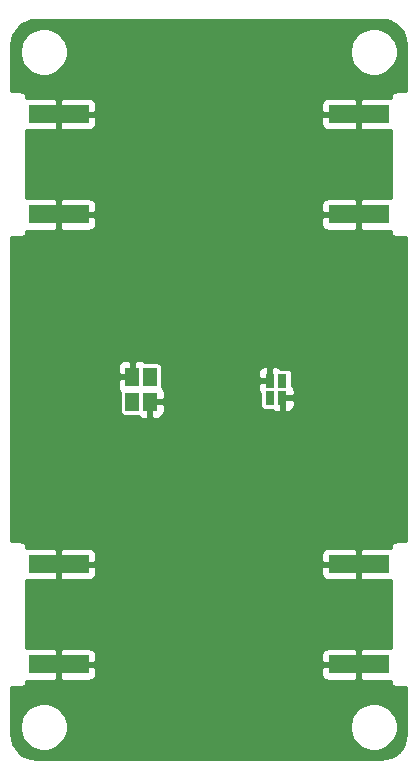
<source format=gbr>
G04 #@! TF.GenerationSoftware,KiCad,Pcbnew,(5.1.5)-3*
G04 #@! TF.CreationDate,2020-02-08T17:29:24+01:00*
G04 #@! TF.ProjectId,acmp_test_fixture,61636d70-5f74-4657-9374-5f6669787475,rev?*
G04 #@! TF.SameCoordinates,Original*
G04 #@! TF.FileFunction,Copper,L2,Bot*
G04 #@! TF.FilePolarity,Positive*
%FSLAX46Y46*%
G04 Gerber Fmt 4.6, Leading zero omitted, Abs format (unit mm)*
G04 Created by KiCad (PCBNEW (5.1.5)-3) date 2020-02-08 17:29:24*
%MOMM*%
%LPD*%
G04 APERTURE LIST*
%ADD10R,5.080000X1.500000*%
%ADD11R,1.200000X1.600000*%
%ADD12R,0.800000X1.200000*%
%ADD13C,0.254000*%
G04 APERTURE END LIST*
D10*
X4445000Y46550000D03*
X4445000Y55050000D03*
D11*
X12180000Y32800000D03*
X10680000Y32800000D03*
X10680000Y30700000D03*
X12180000Y30700000D03*
D10*
X29845000Y55050000D03*
X29845000Y46550000D03*
X29845000Y16950000D03*
X29845000Y8450000D03*
X4445000Y8450000D03*
X4445000Y16950000D03*
D12*
X23385000Y31025000D03*
X22335000Y31025000D03*
X22335000Y32475000D03*
X23385000Y32475000D03*
D13*
G36*
X32155143Y63006108D02*
G01*
X32544853Y62888447D01*
X32904282Y62697335D01*
X33219750Y62440045D01*
X33479233Y62126384D01*
X33672851Y61768295D01*
X33793230Y61379413D01*
X33838000Y60953453D01*
X33838001Y56967000D01*
X33042205Y56967000D01*
X33020000Y56969187D01*
X32997795Y56967000D01*
X32931393Y56960460D01*
X32846190Y56934614D01*
X32767667Y56892643D01*
X32698841Y56836159D01*
X32642357Y56767333D01*
X32600386Y56688810D01*
X32574540Y56603607D01*
X32565813Y56515000D01*
X32568000Y56492795D01*
X32568000Y56408061D01*
X32509482Y56425812D01*
X32385000Y56438072D01*
X30130750Y56435000D01*
X29972000Y56276250D01*
X29972000Y55177000D01*
X29992000Y55177000D01*
X29992000Y54923000D01*
X29972000Y54923000D01*
X29972000Y53823750D01*
X30130750Y53665000D01*
X32385000Y53661928D01*
X32509482Y53674188D01*
X32568000Y53691939D01*
X32568001Y47908061D01*
X32509482Y47925812D01*
X32385000Y47938072D01*
X30130750Y47935000D01*
X29972000Y47776250D01*
X29972000Y46677000D01*
X29992000Y46677000D01*
X29992000Y46423000D01*
X29972000Y46423000D01*
X29972000Y45323750D01*
X30130750Y45165000D01*
X32385000Y45161928D01*
X32509482Y45174188D01*
X32568001Y45191940D01*
X32568001Y45107215D01*
X32565813Y45085000D01*
X32574540Y44996393D01*
X32600386Y44911190D01*
X32642357Y44832667D01*
X32698841Y44763841D01*
X32767667Y44707357D01*
X32846190Y44665386D01*
X32931393Y44639540D01*
X32997795Y44633000D01*
X33020000Y44630813D01*
X33042205Y44633000D01*
X33838000Y44633000D01*
X33838001Y18867000D01*
X33042205Y18867000D01*
X33020000Y18869187D01*
X32997795Y18867000D01*
X32931393Y18860460D01*
X32846190Y18834614D01*
X32767667Y18792643D01*
X32698841Y18736159D01*
X32642357Y18667333D01*
X32600386Y18588810D01*
X32574540Y18503607D01*
X32565813Y18415000D01*
X32568000Y18392795D01*
X32568000Y18308061D01*
X32509482Y18325812D01*
X32385000Y18338072D01*
X30130750Y18335000D01*
X29972000Y18176250D01*
X29972000Y17077000D01*
X29992000Y17077000D01*
X29992000Y16823000D01*
X29972000Y16823000D01*
X29972000Y15723750D01*
X30130750Y15565000D01*
X32385000Y15561928D01*
X32509482Y15574188D01*
X32568000Y15591939D01*
X32568001Y9808061D01*
X32509482Y9825812D01*
X32385000Y9838072D01*
X30130750Y9835000D01*
X29972000Y9676250D01*
X29972000Y8577000D01*
X29992000Y8577000D01*
X29992000Y8323000D01*
X29972000Y8323000D01*
X29972000Y7223750D01*
X30130750Y7065000D01*
X32385000Y7061928D01*
X32509482Y7074188D01*
X32568001Y7091940D01*
X32568001Y7007215D01*
X32565813Y6985000D01*
X32574540Y6896393D01*
X32600386Y6811190D01*
X32642357Y6732667D01*
X32698841Y6663841D01*
X32767667Y6607357D01*
X32846190Y6565386D01*
X32931393Y6539540D01*
X32997795Y6533000D01*
X33020000Y6530813D01*
X33042205Y6533000D01*
X33838000Y6533000D01*
X33838001Y2562119D01*
X33796107Y2134857D01*
X33678450Y1745155D01*
X33487336Y1385721D01*
X33230045Y1070250D01*
X32916384Y810767D01*
X32558295Y617149D01*
X32169414Y496770D01*
X31743453Y452000D01*
X2562109Y452000D01*
X2134857Y493893D01*
X1745155Y611550D01*
X1385721Y802664D01*
X1070250Y1059955D01*
X810767Y1373616D01*
X617149Y1731705D01*
X496770Y2120586D01*
X452000Y2546547D01*
X452000Y3374642D01*
X1148000Y3374642D01*
X1148000Y2975358D01*
X1225896Y2583746D01*
X1378696Y2214855D01*
X1600526Y1882863D01*
X1882863Y1600526D01*
X2214855Y1378696D01*
X2583746Y1225896D01*
X2975358Y1148000D01*
X3374642Y1148000D01*
X3766254Y1225896D01*
X4135145Y1378696D01*
X4467137Y1600526D01*
X4749474Y1882863D01*
X4971304Y2214855D01*
X5124104Y2583746D01*
X5202000Y2975358D01*
X5202000Y3374642D01*
X29088000Y3374642D01*
X29088000Y2975358D01*
X29165896Y2583746D01*
X29318696Y2214855D01*
X29540526Y1882863D01*
X29822863Y1600526D01*
X30154855Y1378696D01*
X30523746Y1225896D01*
X30915358Y1148000D01*
X31314642Y1148000D01*
X31706254Y1225896D01*
X32075145Y1378696D01*
X32407137Y1600526D01*
X32689474Y1882863D01*
X32911304Y2214855D01*
X33064104Y2583746D01*
X33142000Y2975358D01*
X33142000Y3374642D01*
X33064104Y3766254D01*
X32911304Y4135145D01*
X32689474Y4467137D01*
X32407137Y4749474D01*
X32075145Y4971304D01*
X31706254Y5124104D01*
X31314642Y5202000D01*
X30915358Y5202000D01*
X30523746Y5124104D01*
X30154855Y4971304D01*
X29822863Y4749474D01*
X29540526Y4467137D01*
X29318696Y4135145D01*
X29165896Y3766254D01*
X29088000Y3374642D01*
X5202000Y3374642D01*
X5124104Y3766254D01*
X4971304Y4135145D01*
X4749474Y4467137D01*
X4467137Y4749474D01*
X4135145Y4971304D01*
X3766254Y5124104D01*
X3374642Y5202000D01*
X2975358Y5202000D01*
X2583746Y5124104D01*
X2214855Y4971304D01*
X1882863Y4749474D01*
X1600526Y4467137D01*
X1378696Y4135145D01*
X1225896Y3766254D01*
X1148000Y3374642D01*
X452000Y3374642D01*
X452000Y6533000D01*
X1247795Y6533000D01*
X1270000Y6530813D01*
X1292205Y6533000D01*
X1358607Y6539540D01*
X1443810Y6565386D01*
X1522333Y6607357D01*
X1591159Y6663841D01*
X1647643Y6732667D01*
X1689614Y6811190D01*
X1715460Y6896393D01*
X1724187Y6985000D01*
X1722000Y7007205D01*
X1722000Y7091939D01*
X1780518Y7074188D01*
X1905000Y7061928D01*
X4159250Y7065000D01*
X4318000Y7223750D01*
X4318000Y8323000D01*
X4572000Y8323000D01*
X4572000Y7223750D01*
X4730750Y7065000D01*
X6985000Y7061928D01*
X7109482Y7074188D01*
X7229180Y7110498D01*
X7339494Y7169463D01*
X7436185Y7248815D01*
X7515537Y7345506D01*
X7574502Y7455820D01*
X7610812Y7575518D01*
X7623072Y7700000D01*
X26666928Y7700000D01*
X26679188Y7575518D01*
X26715498Y7455820D01*
X26774463Y7345506D01*
X26853815Y7248815D01*
X26950506Y7169463D01*
X27060820Y7110498D01*
X27180518Y7074188D01*
X27305000Y7061928D01*
X29559250Y7065000D01*
X29718000Y7223750D01*
X29718000Y8323000D01*
X26828750Y8323000D01*
X26670000Y8164250D01*
X26666928Y7700000D01*
X7623072Y7700000D01*
X7620000Y8164250D01*
X7461250Y8323000D01*
X4572000Y8323000D01*
X4318000Y8323000D01*
X4298000Y8323000D01*
X4298000Y8577000D01*
X4318000Y8577000D01*
X4318000Y9676250D01*
X4572000Y9676250D01*
X4572000Y8577000D01*
X7461250Y8577000D01*
X7620000Y8735750D01*
X7623072Y9200000D01*
X26666928Y9200000D01*
X26670000Y8735750D01*
X26828750Y8577000D01*
X29718000Y8577000D01*
X29718000Y9676250D01*
X29559250Y9835000D01*
X27305000Y9838072D01*
X27180518Y9825812D01*
X27060820Y9789502D01*
X26950506Y9730537D01*
X26853815Y9651185D01*
X26774463Y9554494D01*
X26715498Y9444180D01*
X26679188Y9324482D01*
X26666928Y9200000D01*
X7623072Y9200000D01*
X7610812Y9324482D01*
X7574502Y9444180D01*
X7515537Y9554494D01*
X7436185Y9651185D01*
X7339494Y9730537D01*
X7229180Y9789502D01*
X7109482Y9825812D01*
X6985000Y9838072D01*
X4730750Y9835000D01*
X4572000Y9676250D01*
X4318000Y9676250D01*
X4159250Y9835000D01*
X1905000Y9838072D01*
X1780518Y9825812D01*
X1722000Y9808061D01*
X1722000Y15591939D01*
X1780518Y15574188D01*
X1905000Y15561928D01*
X4159250Y15565000D01*
X4318000Y15723750D01*
X4318000Y16823000D01*
X4572000Y16823000D01*
X4572000Y15723750D01*
X4730750Y15565000D01*
X6985000Y15561928D01*
X7109482Y15574188D01*
X7229180Y15610498D01*
X7339494Y15669463D01*
X7436185Y15748815D01*
X7515537Y15845506D01*
X7574502Y15955820D01*
X7610812Y16075518D01*
X7623072Y16200000D01*
X26666928Y16200000D01*
X26679188Y16075518D01*
X26715498Y15955820D01*
X26774463Y15845506D01*
X26853815Y15748815D01*
X26950506Y15669463D01*
X27060820Y15610498D01*
X27180518Y15574188D01*
X27305000Y15561928D01*
X29559250Y15565000D01*
X29718000Y15723750D01*
X29718000Y16823000D01*
X26828750Y16823000D01*
X26670000Y16664250D01*
X26666928Y16200000D01*
X7623072Y16200000D01*
X7620000Y16664250D01*
X7461250Y16823000D01*
X4572000Y16823000D01*
X4318000Y16823000D01*
X4298000Y16823000D01*
X4298000Y17077000D01*
X4318000Y17077000D01*
X4318000Y18176250D01*
X4572000Y18176250D01*
X4572000Y17077000D01*
X7461250Y17077000D01*
X7620000Y17235750D01*
X7623072Y17700000D01*
X26666928Y17700000D01*
X26670000Y17235750D01*
X26828750Y17077000D01*
X29718000Y17077000D01*
X29718000Y18176250D01*
X29559250Y18335000D01*
X27305000Y18338072D01*
X27180518Y18325812D01*
X27060820Y18289502D01*
X26950506Y18230537D01*
X26853815Y18151185D01*
X26774463Y18054494D01*
X26715498Y17944180D01*
X26679188Y17824482D01*
X26666928Y17700000D01*
X7623072Y17700000D01*
X7610812Y17824482D01*
X7574502Y17944180D01*
X7515537Y18054494D01*
X7436185Y18151185D01*
X7339494Y18230537D01*
X7229180Y18289502D01*
X7109482Y18325812D01*
X6985000Y18338072D01*
X4730750Y18335000D01*
X4572000Y18176250D01*
X4318000Y18176250D01*
X4159250Y18335000D01*
X1905000Y18338072D01*
X1780518Y18325812D01*
X1722000Y18308061D01*
X1722000Y18392795D01*
X1724187Y18415000D01*
X1715460Y18503607D01*
X1689614Y18588810D01*
X1647643Y18667333D01*
X1591159Y18736159D01*
X1522333Y18792643D01*
X1443810Y18834614D01*
X1358607Y18860460D01*
X1292205Y18867000D01*
X1270000Y18869187D01*
X1247795Y18867000D01*
X452000Y18867000D01*
X452000Y32000000D01*
X9441928Y32000000D01*
X9454188Y31875518D01*
X9490498Y31755820D01*
X9549463Y31645506D01*
X9628815Y31548815D01*
X9653728Y31528369D01*
X9650934Y31500000D01*
X9650934Y29900000D01*
X9659178Y29816293D01*
X9683595Y29735804D01*
X9723245Y29661624D01*
X9776605Y29596605D01*
X9841624Y29543245D01*
X9915804Y29503595D01*
X9996293Y29479178D01*
X10080000Y29470934D01*
X11110662Y29470934D01*
X11128815Y29448815D01*
X11225506Y29369463D01*
X11335820Y29310498D01*
X11455518Y29274188D01*
X11580000Y29261928D01*
X11894250Y29265000D01*
X12053000Y29423750D01*
X12053000Y30573000D01*
X12307000Y30573000D01*
X12307000Y29423750D01*
X12465750Y29265000D01*
X12780000Y29261928D01*
X12904482Y29274188D01*
X13024180Y29310498D01*
X13134494Y29369463D01*
X13231185Y29448815D01*
X13310537Y29545506D01*
X13369502Y29655820D01*
X13405812Y29775518D01*
X13418072Y29900000D01*
X13415000Y30414250D01*
X13256250Y30573000D01*
X12307000Y30573000D01*
X12053000Y30573000D01*
X12033000Y30573000D01*
X12033000Y30827000D01*
X12053000Y30827000D01*
X12053000Y30847000D01*
X12307000Y30847000D01*
X12307000Y30827000D01*
X13256250Y30827000D01*
X13415000Y30985750D01*
X13418072Y31500000D01*
X13405812Y31624482D01*
X13369502Y31744180D01*
X13310537Y31854494D01*
X13293709Y31875000D01*
X21296928Y31875000D01*
X21309188Y31750518D01*
X21345498Y31630820D01*
X21404463Y31520506D01*
X21483815Y31423815D01*
X21505934Y31405662D01*
X21505934Y30425000D01*
X21514178Y30341293D01*
X21538595Y30260804D01*
X21578245Y30186624D01*
X21631605Y30121605D01*
X21696624Y30068245D01*
X21770804Y30028595D01*
X21851293Y30004178D01*
X21935000Y29995934D01*
X22515662Y29995934D01*
X22533815Y29973815D01*
X22630506Y29894463D01*
X22740820Y29835498D01*
X22860518Y29799188D01*
X22985000Y29786928D01*
X23099250Y29790000D01*
X23258000Y29948750D01*
X23258000Y30898000D01*
X23512000Y30898000D01*
X23512000Y29948750D01*
X23670750Y29790000D01*
X23785000Y29786928D01*
X23909482Y29799188D01*
X24029180Y29835498D01*
X24139494Y29894463D01*
X24236185Y29973815D01*
X24315537Y30070506D01*
X24374502Y30180820D01*
X24410812Y30300518D01*
X24423072Y30425000D01*
X24420000Y30739250D01*
X24261250Y30898000D01*
X23512000Y30898000D01*
X23258000Y30898000D01*
X23238000Y30898000D01*
X23238000Y31152000D01*
X23258000Y31152000D01*
X23258000Y31172000D01*
X23512000Y31172000D01*
X23512000Y31152000D01*
X24261250Y31152000D01*
X24420000Y31310750D01*
X24423072Y31625000D01*
X24410812Y31749482D01*
X24374502Y31869180D01*
X24315537Y31979494D01*
X24236185Y32076185D01*
X24214066Y32094338D01*
X24214066Y33075000D01*
X24205822Y33158707D01*
X24181405Y33239196D01*
X24141755Y33313376D01*
X24088395Y33378395D01*
X24023376Y33431755D01*
X23949196Y33471405D01*
X23868707Y33495822D01*
X23785000Y33504066D01*
X23204338Y33504066D01*
X23186185Y33526185D01*
X23089494Y33605537D01*
X22979180Y33664502D01*
X22859482Y33700812D01*
X22735000Y33713072D01*
X22620750Y33710000D01*
X22462000Y33551250D01*
X22462000Y32602000D01*
X22482000Y32602000D01*
X22482000Y32348000D01*
X22462000Y32348000D01*
X22462000Y32328000D01*
X22208000Y32328000D01*
X22208000Y32348000D01*
X21458750Y32348000D01*
X21300000Y32189250D01*
X21296928Y31875000D01*
X13293709Y31875000D01*
X13231185Y31951185D01*
X13206272Y31971631D01*
X13209066Y32000000D01*
X13209066Y33075000D01*
X21296928Y33075000D01*
X21300000Y32760750D01*
X21458750Y32602000D01*
X22208000Y32602000D01*
X22208000Y33551250D01*
X22049250Y33710000D01*
X21935000Y33713072D01*
X21810518Y33700812D01*
X21690820Y33664502D01*
X21580506Y33605537D01*
X21483815Y33526185D01*
X21404463Y33429494D01*
X21345498Y33319180D01*
X21309188Y33199482D01*
X21296928Y33075000D01*
X13209066Y33075000D01*
X13209066Y33600000D01*
X13200822Y33683707D01*
X13176405Y33764196D01*
X13136755Y33838376D01*
X13083395Y33903395D01*
X13018376Y33956755D01*
X12944196Y33996405D01*
X12863707Y34020822D01*
X12780000Y34029066D01*
X11749338Y34029066D01*
X11731185Y34051185D01*
X11634494Y34130537D01*
X11524180Y34189502D01*
X11404482Y34225812D01*
X11280000Y34238072D01*
X10965750Y34235000D01*
X10807000Y34076250D01*
X10807000Y32927000D01*
X10827000Y32927000D01*
X10827000Y32673000D01*
X10807000Y32673000D01*
X10807000Y32653000D01*
X10553000Y32653000D01*
X10553000Y32673000D01*
X9603750Y32673000D01*
X9445000Y32514250D01*
X9441928Y32000000D01*
X452000Y32000000D01*
X452000Y33600000D01*
X9441928Y33600000D01*
X9445000Y33085750D01*
X9603750Y32927000D01*
X10553000Y32927000D01*
X10553000Y34076250D01*
X10394250Y34235000D01*
X10080000Y34238072D01*
X9955518Y34225812D01*
X9835820Y34189502D01*
X9725506Y34130537D01*
X9628815Y34051185D01*
X9549463Y33954494D01*
X9490498Y33844180D01*
X9454188Y33724482D01*
X9441928Y33600000D01*
X452000Y33600000D01*
X452000Y44633000D01*
X1247795Y44633000D01*
X1270000Y44630813D01*
X1292205Y44633000D01*
X1358607Y44639540D01*
X1443810Y44665386D01*
X1522333Y44707357D01*
X1591159Y44763841D01*
X1647643Y44832667D01*
X1689614Y44911190D01*
X1715460Y44996393D01*
X1724187Y45085000D01*
X1722000Y45107205D01*
X1722000Y45191939D01*
X1780518Y45174188D01*
X1905000Y45161928D01*
X4159250Y45165000D01*
X4318000Y45323750D01*
X4318000Y46423000D01*
X4572000Y46423000D01*
X4572000Y45323750D01*
X4730750Y45165000D01*
X6985000Y45161928D01*
X7109482Y45174188D01*
X7229180Y45210498D01*
X7339494Y45269463D01*
X7436185Y45348815D01*
X7515537Y45445506D01*
X7574502Y45555820D01*
X7610812Y45675518D01*
X7623072Y45800000D01*
X26666928Y45800000D01*
X26679188Y45675518D01*
X26715498Y45555820D01*
X26774463Y45445506D01*
X26853815Y45348815D01*
X26950506Y45269463D01*
X27060820Y45210498D01*
X27180518Y45174188D01*
X27305000Y45161928D01*
X29559250Y45165000D01*
X29718000Y45323750D01*
X29718000Y46423000D01*
X26828750Y46423000D01*
X26670000Y46264250D01*
X26666928Y45800000D01*
X7623072Y45800000D01*
X7620000Y46264250D01*
X7461250Y46423000D01*
X4572000Y46423000D01*
X4318000Y46423000D01*
X4298000Y46423000D01*
X4298000Y46677000D01*
X4318000Y46677000D01*
X4318000Y47776250D01*
X4572000Y47776250D01*
X4572000Y46677000D01*
X7461250Y46677000D01*
X7620000Y46835750D01*
X7623072Y47300000D01*
X26666928Y47300000D01*
X26670000Y46835750D01*
X26828750Y46677000D01*
X29718000Y46677000D01*
X29718000Y47776250D01*
X29559250Y47935000D01*
X27305000Y47938072D01*
X27180518Y47925812D01*
X27060820Y47889502D01*
X26950506Y47830537D01*
X26853815Y47751185D01*
X26774463Y47654494D01*
X26715498Y47544180D01*
X26679188Y47424482D01*
X26666928Y47300000D01*
X7623072Y47300000D01*
X7610812Y47424482D01*
X7574502Y47544180D01*
X7515537Y47654494D01*
X7436185Y47751185D01*
X7339494Y47830537D01*
X7229180Y47889502D01*
X7109482Y47925812D01*
X6985000Y47938072D01*
X4730750Y47935000D01*
X4572000Y47776250D01*
X4318000Y47776250D01*
X4159250Y47935000D01*
X1905000Y47938072D01*
X1780518Y47925812D01*
X1722000Y47908061D01*
X1722000Y53691939D01*
X1780518Y53674188D01*
X1905000Y53661928D01*
X4159250Y53665000D01*
X4318000Y53823750D01*
X4318000Y54923000D01*
X4572000Y54923000D01*
X4572000Y53823750D01*
X4730750Y53665000D01*
X6985000Y53661928D01*
X7109482Y53674188D01*
X7229180Y53710498D01*
X7339494Y53769463D01*
X7436185Y53848815D01*
X7515537Y53945506D01*
X7574502Y54055820D01*
X7610812Y54175518D01*
X7623072Y54300000D01*
X26666928Y54300000D01*
X26679188Y54175518D01*
X26715498Y54055820D01*
X26774463Y53945506D01*
X26853815Y53848815D01*
X26950506Y53769463D01*
X27060820Y53710498D01*
X27180518Y53674188D01*
X27305000Y53661928D01*
X29559250Y53665000D01*
X29718000Y53823750D01*
X29718000Y54923000D01*
X26828750Y54923000D01*
X26670000Y54764250D01*
X26666928Y54300000D01*
X7623072Y54300000D01*
X7620000Y54764250D01*
X7461250Y54923000D01*
X4572000Y54923000D01*
X4318000Y54923000D01*
X4298000Y54923000D01*
X4298000Y55177000D01*
X4318000Y55177000D01*
X4318000Y56276250D01*
X4572000Y56276250D01*
X4572000Y55177000D01*
X7461250Y55177000D01*
X7620000Y55335750D01*
X7623072Y55800000D01*
X26666928Y55800000D01*
X26670000Y55335750D01*
X26828750Y55177000D01*
X29718000Y55177000D01*
X29718000Y56276250D01*
X29559250Y56435000D01*
X27305000Y56438072D01*
X27180518Y56425812D01*
X27060820Y56389502D01*
X26950506Y56330537D01*
X26853815Y56251185D01*
X26774463Y56154494D01*
X26715498Y56044180D01*
X26679188Y55924482D01*
X26666928Y55800000D01*
X7623072Y55800000D01*
X7610812Y55924482D01*
X7574502Y56044180D01*
X7515537Y56154494D01*
X7436185Y56251185D01*
X7339494Y56330537D01*
X7229180Y56389502D01*
X7109482Y56425812D01*
X6985000Y56438072D01*
X4730750Y56435000D01*
X4572000Y56276250D01*
X4318000Y56276250D01*
X4159250Y56435000D01*
X1905000Y56438072D01*
X1780518Y56425812D01*
X1722000Y56408061D01*
X1722000Y56492795D01*
X1724187Y56515000D01*
X1715460Y56603607D01*
X1689614Y56688810D01*
X1647643Y56767333D01*
X1591159Y56836159D01*
X1522333Y56892643D01*
X1443810Y56934614D01*
X1358607Y56960460D01*
X1292205Y56967000D01*
X1270000Y56969187D01*
X1247795Y56967000D01*
X452000Y56967000D01*
X452000Y60524642D01*
X1148000Y60524642D01*
X1148000Y60125358D01*
X1225896Y59733746D01*
X1378696Y59364855D01*
X1600526Y59032863D01*
X1882863Y58750526D01*
X2214855Y58528696D01*
X2583746Y58375896D01*
X2975358Y58298000D01*
X3374642Y58298000D01*
X3766254Y58375896D01*
X4135145Y58528696D01*
X4467137Y58750526D01*
X4749474Y59032863D01*
X4971304Y59364855D01*
X5124104Y59733746D01*
X5202000Y60125358D01*
X5202000Y60524642D01*
X29088000Y60524642D01*
X29088000Y60125358D01*
X29165896Y59733746D01*
X29318696Y59364855D01*
X29540526Y59032863D01*
X29822863Y58750526D01*
X30154855Y58528696D01*
X30523746Y58375896D01*
X30915358Y58298000D01*
X31314642Y58298000D01*
X31706254Y58375896D01*
X32075145Y58528696D01*
X32407137Y58750526D01*
X32689474Y59032863D01*
X32911304Y59364855D01*
X33064104Y59733746D01*
X33142000Y60125358D01*
X33142000Y60524642D01*
X33064104Y60916254D01*
X32911304Y61285145D01*
X32689474Y61617137D01*
X32407137Y61899474D01*
X32075145Y62121304D01*
X31706254Y62274104D01*
X31314642Y62352000D01*
X30915358Y62352000D01*
X30523746Y62274104D01*
X30154855Y62121304D01*
X29822863Y61899474D01*
X29540526Y61617137D01*
X29318696Y61285145D01*
X29165896Y60916254D01*
X29088000Y60524642D01*
X5202000Y60524642D01*
X5124104Y60916254D01*
X4971304Y61285145D01*
X4749474Y61617137D01*
X4467137Y61899474D01*
X4135145Y62121304D01*
X3766254Y62274104D01*
X3374642Y62352000D01*
X2975358Y62352000D01*
X2583746Y62274104D01*
X2214855Y62121304D01*
X1882863Y61899474D01*
X1600526Y61617137D01*
X1378696Y61285145D01*
X1225896Y60916254D01*
X1148000Y60524642D01*
X452000Y60524642D01*
X452000Y60937891D01*
X493892Y61365143D01*
X611553Y61754853D01*
X802665Y62114282D01*
X1059955Y62429750D01*
X1373616Y62689233D01*
X1731705Y62882851D01*
X2120587Y63003230D01*
X2546547Y63048000D01*
X31727891Y63048000D01*
X32155143Y63006108D01*
G37*
X32155143Y63006108D02*
X32544853Y62888447D01*
X32904282Y62697335D01*
X33219750Y62440045D01*
X33479233Y62126384D01*
X33672851Y61768295D01*
X33793230Y61379413D01*
X33838000Y60953453D01*
X33838001Y56967000D01*
X33042205Y56967000D01*
X33020000Y56969187D01*
X32997795Y56967000D01*
X32931393Y56960460D01*
X32846190Y56934614D01*
X32767667Y56892643D01*
X32698841Y56836159D01*
X32642357Y56767333D01*
X32600386Y56688810D01*
X32574540Y56603607D01*
X32565813Y56515000D01*
X32568000Y56492795D01*
X32568000Y56408061D01*
X32509482Y56425812D01*
X32385000Y56438072D01*
X30130750Y56435000D01*
X29972000Y56276250D01*
X29972000Y55177000D01*
X29992000Y55177000D01*
X29992000Y54923000D01*
X29972000Y54923000D01*
X29972000Y53823750D01*
X30130750Y53665000D01*
X32385000Y53661928D01*
X32509482Y53674188D01*
X32568000Y53691939D01*
X32568001Y47908061D01*
X32509482Y47925812D01*
X32385000Y47938072D01*
X30130750Y47935000D01*
X29972000Y47776250D01*
X29972000Y46677000D01*
X29992000Y46677000D01*
X29992000Y46423000D01*
X29972000Y46423000D01*
X29972000Y45323750D01*
X30130750Y45165000D01*
X32385000Y45161928D01*
X32509482Y45174188D01*
X32568001Y45191940D01*
X32568001Y45107215D01*
X32565813Y45085000D01*
X32574540Y44996393D01*
X32600386Y44911190D01*
X32642357Y44832667D01*
X32698841Y44763841D01*
X32767667Y44707357D01*
X32846190Y44665386D01*
X32931393Y44639540D01*
X32997795Y44633000D01*
X33020000Y44630813D01*
X33042205Y44633000D01*
X33838000Y44633000D01*
X33838001Y18867000D01*
X33042205Y18867000D01*
X33020000Y18869187D01*
X32997795Y18867000D01*
X32931393Y18860460D01*
X32846190Y18834614D01*
X32767667Y18792643D01*
X32698841Y18736159D01*
X32642357Y18667333D01*
X32600386Y18588810D01*
X32574540Y18503607D01*
X32565813Y18415000D01*
X32568000Y18392795D01*
X32568000Y18308061D01*
X32509482Y18325812D01*
X32385000Y18338072D01*
X30130750Y18335000D01*
X29972000Y18176250D01*
X29972000Y17077000D01*
X29992000Y17077000D01*
X29992000Y16823000D01*
X29972000Y16823000D01*
X29972000Y15723750D01*
X30130750Y15565000D01*
X32385000Y15561928D01*
X32509482Y15574188D01*
X32568000Y15591939D01*
X32568001Y9808061D01*
X32509482Y9825812D01*
X32385000Y9838072D01*
X30130750Y9835000D01*
X29972000Y9676250D01*
X29972000Y8577000D01*
X29992000Y8577000D01*
X29992000Y8323000D01*
X29972000Y8323000D01*
X29972000Y7223750D01*
X30130750Y7065000D01*
X32385000Y7061928D01*
X32509482Y7074188D01*
X32568001Y7091940D01*
X32568001Y7007215D01*
X32565813Y6985000D01*
X32574540Y6896393D01*
X32600386Y6811190D01*
X32642357Y6732667D01*
X32698841Y6663841D01*
X32767667Y6607357D01*
X32846190Y6565386D01*
X32931393Y6539540D01*
X32997795Y6533000D01*
X33020000Y6530813D01*
X33042205Y6533000D01*
X33838000Y6533000D01*
X33838001Y2562119D01*
X33796107Y2134857D01*
X33678450Y1745155D01*
X33487336Y1385721D01*
X33230045Y1070250D01*
X32916384Y810767D01*
X32558295Y617149D01*
X32169414Y496770D01*
X31743453Y452000D01*
X2562109Y452000D01*
X2134857Y493893D01*
X1745155Y611550D01*
X1385721Y802664D01*
X1070250Y1059955D01*
X810767Y1373616D01*
X617149Y1731705D01*
X496770Y2120586D01*
X452000Y2546547D01*
X452000Y3374642D01*
X1148000Y3374642D01*
X1148000Y2975358D01*
X1225896Y2583746D01*
X1378696Y2214855D01*
X1600526Y1882863D01*
X1882863Y1600526D01*
X2214855Y1378696D01*
X2583746Y1225896D01*
X2975358Y1148000D01*
X3374642Y1148000D01*
X3766254Y1225896D01*
X4135145Y1378696D01*
X4467137Y1600526D01*
X4749474Y1882863D01*
X4971304Y2214855D01*
X5124104Y2583746D01*
X5202000Y2975358D01*
X5202000Y3374642D01*
X29088000Y3374642D01*
X29088000Y2975358D01*
X29165896Y2583746D01*
X29318696Y2214855D01*
X29540526Y1882863D01*
X29822863Y1600526D01*
X30154855Y1378696D01*
X30523746Y1225896D01*
X30915358Y1148000D01*
X31314642Y1148000D01*
X31706254Y1225896D01*
X32075145Y1378696D01*
X32407137Y1600526D01*
X32689474Y1882863D01*
X32911304Y2214855D01*
X33064104Y2583746D01*
X33142000Y2975358D01*
X33142000Y3374642D01*
X33064104Y3766254D01*
X32911304Y4135145D01*
X32689474Y4467137D01*
X32407137Y4749474D01*
X32075145Y4971304D01*
X31706254Y5124104D01*
X31314642Y5202000D01*
X30915358Y5202000D01*
X30523746Y5124104D01*
X30154855Y4971304D01*
X29822863Y4749474D01*
X29540526Y4467137D01*
X29318696Y4135145D01*
X29165896Y3766254D01*
X29088000Y3374642D01*
X5202000Y3374642D01*
X5124104Y3766254D01*
X4971304Y4135145D01*
X4749474Y4467137D01*
X4467137Y4749474D01*
X4135145Y4971304D01*
X3766254Y5124104D01*
X3374642Y5202000D01*
X2975358Y5202000D01*
X2583746Y5124104D01*
X2214855Y4971304D01*
X1882863Y4749474D01*
X1600526Y4467137D01*
X1378696Y4135145D01*
X1225896Y3766254D01*
X1148000Y3374642D01*
X452000Y3374642D01*
X452000Y6533000D01*
X1247795Y6533000D01*
X1270000Y6530813D01*
X1292205Y6533000D01*
X1358607Y6539540D01*
X1443810Y6565386D01*
X1522333Y6607357D01*
X1591159Y6663841D01*
X1647643Y6732667D01*
X1689614Y6811190D01*
X1715460Y6896393D01*
X1724187Y6985000D01*
X1722000Y7007205D01*
X1722000Y7091939D01*
X1780518Y7074188D01*
X1905000Y7061928D01*
X4159250Y7065000D01*
X4318000Y7223750D01*
X4318000Y8323000D01*
X4572000Y8323000D01*
X4572000Y7223750D01*
X4730750Y7065000D01*
X6985000Y7061928D01*
X7109482Y7074188D01*
X7229180Y7110498D01*
X7339494Y7169463D01*
X7436185Y7248815D01*
X7515537Y7345506D01*
X7574502Y7455820D01*
X7610812Y7575518D01*
X7623072Y7700000D01*
X26666928Y7700000D01*
X26679188Y7575518D01*
X26715498Y7455820D01*
X26774463Y7345506D01*
X26853815Y7248815D01*
X26950506Y7169463D01*
X27060820Y7110498D01*
X27180518Y7074188D01*
X27305000Y7061928D01*
X29559250Y7065000D01*
X29718000Y7223750D01*
X29718000Y8323000D01*
X26828750Y8323000D01*
X26670000Y8164250D01*
X26666928Y7700000D01*
X7623072Y7700000D01*
X7620000Y8164250D01*
X7461250Y8323000D01*
X4572000Y8323000D01*
X4318000Y8323000D01*
X4298000Y8323000D01*
X4298000Y8577000D01*
X4318000Y8577000D01*
X4318000Y9676250D01*
X4572000Y9676250D01*
X4572000Y8577000D01*
X7461250Y8577000D01*
X7620000Y8735750D01*
X7623072Y9200000D01*
X26666928Y9200000D01*
X26670000Y8735750D01*
X26828750Y8577000D01*
X29718000Y8577000D01*
X29718000Y9676250D01*
X29559250Y9835000D01*
X27305000Y9838072D01*
X27180518Y9825812D01*
X27060820Y9789502D01*
X26950506Y9730537D01*
X26853815Y9651185D01*
X26774463Y9554494D01*
X26715498Y9444180D01*
X26679188Y9324482D01*
X26666928Y9200000D01*
X7623072Y9200000D01*
X7610812Y9324482D01*
X7574502Y9444180D01*
X7515537Y9554494D01*
X7436185Y9651185D01*
X7339494Y9730537D01*
X7229180Y9789502D01*
X7109482Y9825812D01*
X6985000Y9838072D01*
X4730750Y9835000D01*
X4572000Y9676250D01*
X4318000Y9676250D01*
X4159250Y9835000D01*
X1905000Y9838072D01*
X1780518Y9825812D01*
X1722000Y9808061D01*
X1722000Y15591939D01*
X1780518Y15574188D01*
X1905000Y15561928D01*
X4159250Y15565000D01*
X4318000Y15723750D01*
X4318000Y16823000D01*
X4572000Y16823000D01*
X4572000Y15723750D01*
X4730750Y15565000D01*
X6985000Y15561928D01*
X7109482Y15574188D01*
X7229180Y15610498D01*
X7339494Y15669463D01*
X7436185Y15748815D01*
X7515537Y15845506D01*
X7574502Y15955820D01*
X7610812Y16075518D01*
X7623072Y16200000D01*
X26666928Y16200000D01*
X26679188Y16075518D01*
X26715498Y15955820D01*
X26774463Y15845506D01*
X26853815Y15748815D01*
X26950506Y15669463D01*
X27060820Y15610498D01*
X27180518Y15574188D01*
X27305000Y15561928D01*
X29559250Y15565000D01*
X29718000Y15723750D01*
X29718000Y16823000D01*
X26828750Y16823000D01*
X26670000Y16664250D01*
X26666928Y16200000D01*
X7623072Y16200000D01*
X7620000Y16664250D01*
X7461250Y16823000D01*
X4572000Y16823000D01*
X4318000Y16823000D01*
X4298000Y16823000D01*
X4298000Y17077000D01*
X4318000Y17077000D01*
X4318000Y18176250D01*
X4572000Y18176250D01*
X4572000Y17077000D01*
X7461250Y17077000D01*
X7620000Y17235750D01*
X7623072Y17700000D01*
X26666928Y17700000D01*
X26670000Y17235750D01*
X26828750Y17077000D01*
X29718000Y17077000D01*
X29718000Y18176250D01*
X29559250Y18335000D01*
X27305000Y18338072D01*
X27180518Y18325812D01*
X27060820Y18289502D01*
X26950506Y18230537D01*
X26853815Y18151185D01*
X26774463Y18054494D01*
X26715498Y17944180D01*
X26679188Y17824482D01*
X26666928Y17700000D01*
X7623072Y17700000D01*
X7610812Y17824482D01*
X7574502Y17944180D01*
X7515537Y18054494D01*
X7436185Y18151185D01*
X7339494Y18230537D01*
X7229180Y18289502D01*
X7109482Y18325812D01*
X6985000Y18338072D01*
X4730750Y18335000D01*
X4572000Y18176250D01*
X4318000Y18176250D01*
X4159250Y18335000D01*
X1905000Y18338072D01*
X1780518Y18325812D01*
X1722000Y18308061D01*
X1722000Y18392795D01*
X1724187Y18415000D01*
X1715460Y18503607D01*
X1689614Y18588810D01*
X1647643Y18667333D01*
X1591159Y18736159D01*
X1522333Y18792643D01*
X1443810Y18834614D01*
X1358607Y18860460D01*
X1292205Y18867000D01*
X1270000Y18869187D01*
X1247795Y18867000D01*
X452000Y18867000D01*
X452000Y32000000D01*
X9441928Y32000000D01*
X9454188Y31875518D01*
X9490498Y31755820D01*
X9549463Y31645506D01*
X9628815Y31548815D01*
X9653728Y31528369D01*
X9650934Y31500000D01*
X9650934Y29900000D01*
X9659178Y29816293D01*
X9683595Y29735804D01*
X9723245Y29661624D01*
X9776605Y29596605D01*
X9841624Y29543245D01*
X9915804Y29503595D01*
X9996293Y29479178D01*
X10080000Y29470934D01*
X11110662Y29470934D01*
X11128815Y29448815D01*
X11225506Y29369463D01*
X11335820Y29310498D01*
X11455518Y29274188D01*
X11580000Y29261928D01*
X11894250Y29265000D01*
X12053000Y29423750D01*
X12053000Y30573000D01*
X12307000Y30573000D01*
X12307000Y29423750D01*
X12465750Y29265000D01*
X12780000Y29261928D01*
X12904482Y29274188D01*
X13024180Y29310498D01*
X13134494Y29369463D01*
X13231185Y29448815D01*
X13310537Y29545506D01*
X13369502Y29655820D01*
X13405812Y29775518D01*
X13418072Y29900000D01*
X13415000Y30414250D01*
X13256250Y30573000D01*
X12307000Y30573000D01*
X12053000Y30573000D01*
X12033000Y30573000D01*
X12033000Y30827000D01*
X12053000Y30827000D01*
X12053000Y30847000D01*
X12307000Y30847000D01*
X12307000Y30827000D01*
X13256250Y30827000D01*
X13415000Y30985750D01*
X13418072Y31500000D01*
X13405812Y31624482D01*
X13369502Y31744180D01*
X13310537Y31854494D01*
X13293709Y31875000D01*
X21296928Y31875000D01*
X21309188Y31750518D01*
X21345498Y31630820D01*
X21404463Y31520506D01*
X21483815Y31423815D01*
X21505934Y31405662D01*
X21505934Y30425000D01*
X21514178Y30341293D01*
X21538595Y30260804D01*
X21578245Y30186624D01*
X21631605Y30121605D01*
X21696624Y30068245D01*
X21770804Y30028595D01*
X21851293Y30004178D01*
X21935000Y29995934D01*
X22515662Y29995934D01*
X22533815Y29973815D01*
X22630506Y29894463D01*
X22740820Y29835498D01*
X22860518Y29799188D01*
X22985000Y29786928D01*
X23099250Y29790000D01*
X23258000Y29948750D01*
X23258000Y30898000D01*
X23512000Y30898000D01*
X23512000Y29948750D01*
X23670750Y29790000D01*
X23785000Y29786928D01*
X23909482Y29799188D01*
X24029180Y29835498D01*
X24139494Y29894463D01*
X24236185Y29973815D01*
X24315537Y30070506D01*
X24374502Y30180820D01*
X24410812Y30300518D01*
X24423072Y30425000D01*
X24420000Y30739250D01*
X24261250Y30898000D01*
X23512000Y30898000D01*
X23258000Y30898000D01*
X23238000Y30898000D01*
X23238000Y31152000D01*
X23258000Y31152000D01*
X23258000Y31172000D01*
X23512000Y31172000D01*
X23512000Y31152000D01*
X24261250Y31152000D01*
X24420000Y31310750D01*
X24423072Y31625000D01*
X24410812Y31749482D01*
X24374502Y31869180D01*
X24315537Y31979494D01*
X24236185Y32076185D01*
X24214066Y32094338D01*
X24214066Y33075000D01*
X24205822Y33158707D01*
X24181405Y33239196D01*
X24141755Y33313376D01*
X24088395Y33378395D01*
X24023376Y33431755D01*
X23949196Y33471405D01*
X23868707Y33495822D01*
X23785000Y33504066D01*
X23204338Y33504066D01*
X23186185Y33526185D01*
X23089494Y33605537D01*
X22979180Y33664502D01*
X22859482Y33700812D01*
X22735000Y33713072D01*
X22620750Y33710000D01*
X22462000Y33551250D01*
X22462000Y32602000D01*
X22482000Y32602000D01*
X22482000Y32348000D01*
X22462000Y32348000D01*
X22462000Y32328000D01*
X22208000Y32328000D01*
X22208000Y32348000D01*
X21458750Y32348000D01*
X21300000Y32189250D01*
X21296928Y31875000D01*
X13293709Y31875000D01*
X13231185Y31951185D01*
X13206272Y31971631D01*
X13209066Y32000000D01*
X13209066Y33075000D01*
X21296928Y33075000D01*
X21300000Y32760750D01*
X21458750Y32602000D01*
X22208000Y32602000D01*
X22208000Y33551250D01*
X22049250Y33710000D01*
X21935000Y33713072D01*
X21810518Y33700812D01*
X21690820Y33664502D01*
X21580506Y33605537D01*
X21483815Y33526185D01*
X21404463Y33429494D01*
X21345498Y33319180D01*
X21309188Y33199482D01*
X21296928Y33075000D01*
X13209066Y33075000D01*
X13209066Y33600000D01*
X13200822Y33683707D01*
X13176405Y33764196D01*
X13136755Y33838376D01*
X13083395Y33903395D01*
X13018376Y33956755D01*
X12944196Y33996405D01*
X12863707Y34020822D01*
X12780000Y34029066D01*
X11749338Y34029066D01*
X11731185Y34051185D01*
X11634494Y34130537D01*
X11524180Y34189502D01*
X11404482Y34225812D01*
X11280000Y34238072D01*
X10965750Y34235000D01*
X10807000Y34076250D01*
X10807000Y32927000D01*
X10827000Y32927000D01*
X10827000Y32673000D01*
X10807000Y32673000D01*
X10807000Y32653000D01*
X10553000Y32653000D01*
X10553000Y32673000D01*
X9603750Y32673000D01*
X9445000Y32514250D01*
X9441928Y32000000D01*
X452000Y32000000D01*
X452000Y33600000D01*
X9441928Y33600000D01*
X9445000Y33085750D01*
X9603750Y32927000D01*
X10553000Y32927000D01*
X10553000Y34076250D01*
X10394250Y34235000D01*
X10080000Y34238072D01*
X9955518Y34225812D01*
X9835820Y34189502D01*
X9725506Y34130537D01*
X9628815Y34051185D01*
X9549463Y33954494D01*
X9490498Y33844180D01*
X9454188Y33724482D01*
X9441928Y33600000D01*
X452000Y33600000D01*
X452000Y44633000D01*
X1247795Y44633000D01*
X1270000Y44630813D01*
X1292205Y44633000D01*
X1358607Y44639540D01*
X1443810Y44665386D01*
X1522333Y44707357D01*
X1591159Y44763841D01*
X1647643Y44832667D01*
X1689614Y44911190D01*
X1715460Y44996393D01*
X1724187Y45085000D01*
X1722000Y45107205D01*
X1722000Y45191939D01*
X1780518Y45174188D01*
X1905000Y45161928D01*
X4159250Y45165000D01*
X4318000Y45323750D01*
X4318000Y46423000D01*
X4572000Y46423000D01*
X4572000Y45323750D01*
X4730750Y45165000D01*
X6985000Y45161928D01*
X7109482Y45174188D01*
X7229180Y45210498D01*
X7339494Y45269463D01*
X7436185Y45348815D01*
X7515537Y45445506D01*
X7574502Y45555820D01*
X7610812Y45675518D01*
X7623072Y45800000D01*
X26666928Y45800000D01*
X26679188Y45675518D01*
X26715498Y45555820D01*
X26774463Y45445506D01*
X26853815Y45348815D01*
X26950506Y45269463D01*
X27060820Y45210498D01*
X27180518Y45174188D01*
X27305000Y45161928D01*
X29559250Y45165000D01*
X29718000Y45323750D01*
X29718000Y46423000D01*
X26828750Y46423000D01*
X26670000Y46264250D01*
X26666928Y45800000D01*
X7623072Y45800000D01*
X7620000Y46264250D01*
X7461250Y46423000D01*
X4572000Y46423000D01*
X4318000Y46423000D01*
X4298000Y46423000D01*
X4298000Y46677000D01*
X4318000Y46677000D01*
X4318000Y47776250D01*
X4572000Y47776250D01*
X4572000Y46677000D01*
X7461250Y46677000D01*
X7620000Y46835750D01*
X7623072Y47300000D01*
X26666928Y47300000D01*
X26670000Y46835750D01*
X26828750Y46677000D01*
X29718000Y46677000D01*
X29718000Y47776250D01*
X29559250Y47935000D01*
X27305000Y47938072D01*
X27180518Y47925812D01*
X27060820Y47889502D01*
X26950506Y47830537D01*
X26853815Y47751185D01*
X26774463Y47654494D01*
X26715498Y47544180D01*
X26679188Y47424482D01*
X26666928Y47300000D01*
X7623072Y47300000D01*
X7610812Y47424482D01*
X7574502Y47544180D01*
X7515537Y47654494D01*
X7436185Y47751185D01*
X7339494Y47830537D01*
X7229180Y47889502D01*
X7109482Y47925812D01*
X6985000Y47938072D01*
X4730750Y47935000D01*
X4572000Y47776250D01*
X4318000Y47776250D01*
X4159250Y47935000D01*
X1905000Y47938072D01*
X1780518Y47925812D01*
X1722000Y47908061D01*
X1722000Y53691939D01*
X1780518Y53674188D01*
X1905000Y53661928D01*
X4159250Y53665000D01*
X4318000Y53823750D01*
X4318000Y54923000D01*
X4572000Y54923000D01*
X4572000Y53823750D01*
X4730750Y53665000D01*
X6985000Y53661928D01*
X7109482Y53674188D01*
X7229180Y53710498D01*
X7339494Y53769463D01*
X7436185Y53848815D01*
X7515537Y53945506D01*
X7574502Y54055820D01*
X7610812Y54175518D01*
X7623072Y54300000D01*
X26666928Y54300000D01*
X26679188Y54175518D01*
X26715498Y54055820D01*
X26774463Y53945506D01*
X26853815Y53848815D01*
X26950506Y53769463D01*
X27060820Y53710498D01*
X27180518Y53674188D01*
X27305000Y53661928D01*
X29559250Y53665000D01*
X29718000Y53823750D01*
X29718000Y54923000D01*
X26828750Y54923000D01*
X26670000Y54764250D01*
X26666928Y54300000D01*
X7623072Y54300000D01*
X7620000Y54764250D01*
X7461250Y54923000D01*
X4572000Y54923000D01*
X4318000Y54923000D01*
X4298000Y54923000D01*
X4298000Y55177000D01*
X4318000Y55177000D01*
X4318000Y56276250D01*
X4572000Y56276250D01*
X4572000Y55177000D01*
X7461250Y55177000D01*
X7620000Y55335750D01*
X7623072Y55800000D01*
X26666928Y55800000D01*
X26670000Y55335750D01*
X26828750Y55177000D01*
X29718000Y55177000D01*
X29718000Y56276250D01*
X29559250Y56435000D01*
X27305000Y56438072D01*
X27180518Y56425812D01*
X27060820Y56389502D01*
X26950506Y56330537D01*
X26853815Y56251185D01*
X26774463Y56154494D01*
X26715498Y56044180D01*
X26679188Y55924482D01*
X26666928Y55800000D01*
X7623072Y55800000D01*
X7610812Y55924482D01*
X7574502Y56044180D01*
X7515537Y56154494D01*
X7436185Y56251185D01*
X7339494Y56330537D01*
X7229180Y56389502D01*
X7109482Y56425812D01*
X6985000Y56438072D01*
X4730750Y56435000D01*
X4572000Y56276250D01*
X4318000Y56276250D01*
X4159250Y56435000D01*
X1905000Y56438072D01*
X1780518Y56425812D01*
X1722000Y56408061D01*
X1722000Y56492795D01*
X1724187Y56515000D01*
X1715460Y56603607D01*
X1689614Y56688810D01*
X1647643Y56767333D01*
X1591159Y56836159D01*
X1522333Y56892643D01*
X1443810Y56934614D01*
X1358607Y56960460D01*
X1292205Y56967000D01*
X1270000Y56969187D01*
X1247795Y56967000D01*
X452000Y56967000D01*
X452000Y60524642D01*
X1148000Y60524642D01*
X1148000Y60125358D01*
X1225896Y59733746D01*
X1378696Y59364855D01*
X1600526Y59032863D01*
X1882863Y58750526D01*
X2214855Y58528696D01*
X2583746Y58375896D01*
X2975358Y58298000D01*
X3374642Y58298000D01*
X3766254Y58375896D01*
X4135145Y58528696D01*
X4467137Y58750526D01*
X4749474Y59032863D01*
X4971304Y59364855D01*
X5124104Y59733746D01*
X5202000Y60125358D01*
X5202000Y60524642D01*
X29088000Y60524642D01*
X29088000Y60125358D01*
X29165896Y59733746D01*
X29318696Y59364855D01*
X29540526Y59032863D01*
X29822863Y58750526D01*
X30154855Y58528696D01*
X30523746Y58375896D01*
X30915358Y58298000D01*
X31314642Y58298000D01*
X31706254Y58375896D01*
X32075145Y58528696D01*
X32407137Y58750526D01*
X32689474Y59032863D01*
X32911304Y59364855D01*
X33064104Y59733746D01*
X33142000Y60125358D01*
X33142000Y60524642D01*
X33064104Y60916254D01*
X32911304Y61285145D01*
X32689474Y61617137D01*
X32407137Y61899474D01*
X32075145Y62121304D01*
X31706254Y62274104D01*
X31314642Y62352000D01*
X30915358Y62352000D01*
X30523746Y62274104D01*
X30154855Y62121304D01*
X29822863Y61899474D01*
X29540526Y61617137D01*
X29318696Y61285145D01*
X29165896Y60916254D01*
X29088000Y60524642D01*
X5202000Y60524642D01*
X5124104Y60916254D01*
X4971304Y61285145D01*
X4749474Y61617137D01*
X4467137Y61899474D01*
X4135145Y62121304D01*
X3766254Y62274104D01*
X3374642Y62352000D01*
X2975358Y62352000D01*
X2583746Y62274104D01*
X2214855Y62121304D01*
X1882863Y61899474D01*
X1600526Y61617137D01*
X1378696Y61285145D01*
X1225896Y60916254D01*
X1148000Y60524642D01*
X452000Y60524642D01*
X452000Y60937891D01*
X493892Y61365143D01*
X611553Y61754853D01*
X802665Y62114282D01*
X1059955Y62429750D01*
X1373616Y62689233D01*
X1731705Y62882851D01*
X2120587Y63003230D01*
X2546547Y63048000D01*
X31727891Y63048000D01*
X32155143Y63006108D01*
M02*

</source>
